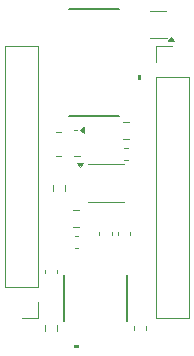
<source format=gbr>
%TF.GenerationSoftware,KiCad,Pcbnew,9.0.2*%
%TF.CreationDate,2025-07-02T23:55:56-04:00*%
%TF.ProjectId,strain-gauge,73747261-696e-42d6-9761-7567652e6b69,rev?*%
%TF.SameCoordinates,Original*%
%TF.FileFunction,Legend,Top*%
%TF.FilePolarity,Positive*%
%FSLAX46Y46*%
G04 Gerber Fmt 4.6, Leading zero omitted, Abs format (unit mm)*
G04 Created by KiCad (PCBNEW 9.0.2) date 2025-07-02 23:55:56*
%MOMM*%
%LPD*%
G01*
G04 APERTURE LIST*
%ADD10C,0.120000*%
%ADD11C,0.152400*%
%ADD12C,0.000000*%
G04 APERTURE END LIST*
D10*
%TO.C,C1*%
X90365804Y-101485000D02*
X90888308Y-101485000D01*
X90365804Y-100015000D02*
X90888308Y-100015000D01*
%TO.C,U5*%
X93137500Y-96165000D02*
X91637500Y-96165000D01*
X93137500Y-96165000D02*
X94637500Y-96165000D01*
X93137500Y-99385000D02*
X91637500Y-99385000D01*
X93137500Y-99385000D02*
X94637500Y-99385000D01*
X90925000Y-96340000D02*
X90685000Y-96010000D01*
X91165000Y-96010000D01*
X90925000Y-96340000D01*
G36*
X90925000Y-96340000D02*
G01*
X90685000Y-96010000D01*
X91165000Y-96010000D01*
X90925000Y-96340000D01*
G37*
%TO.C,C7*%
X94696920Y-94765000D02*
X94978080Y-94765000D01*
X94696920Y-95785000D02*
X94978080Y-95785000D01*
D11*
%TO.C,U1*%
X89570300Y-105558976D02*
X89570300Y-109441024D01*
X94929700Y-109441024D02*
X94929700Y-105558976D01*
D12*
G36*
X90815499Y-111665600D02*
G01*
X90434499Y-111665600D01*
X90434499Y-111411600D01*
X90815499Y-111411600D01*
X90815499Y-111665600D01*
G37*
D10*
%TO.C,C2*%
X90486476Y-102240000D02*
X90767636Y-102240000D01*
X90486476Y-103260000D02*
X90767636Y-103260000D01*
%TO.C,C4*%
X94142056Y-102140580D02*
X94142056Y-101859420D01*
X95162056Y-102140580D02*
X95162056Y-101859420D01*
%TO.C,C6*%
X95490000Y-109859420D02*
X95490000Y-110140580D01*
X96510000Y-109859420D02*
X96510000Y-110140580D01*
%TO.C,J2*%
X97370000Y-86120000D02*
X98750000Y-86120000D01*
X97370000Y-87500000D02*
X97370000Y-86120000D01*
X97370000Y-88770000D02*
X97370000Y-109200000D01*
X97370000Y-88770000D02*
X100130000Y-88770000D01*
X97370000Y-109200000D02*
X100130000Y-109200000D01*
X100130000Y-88770000D02*
X100130000Y-109200000D01*
%TO.C,R2*%
X87977500Y-109787742D02*
X87977500Y-110262258D01*
X89022500Y-109787742D02*
X89022500Y-110262258D01*
%TO.C,U2*%
X88897935Y-93440565D02*
X89347935Y-93440565D01*
X88897935Y-95460565D02*
X89347935Y-95460565D01*
X90467935Y-93240565D02*
X90677935Y-93240565D01*
X90917935Y-95460565D02*
X90467935Y-95460565D01*
X91247935Y-93480565D02*
X90917935Y-93240565D01*
X91247935Y-93000565D01*
X91247935Y-93480565D01*
G36*
X91247935Y-93480565D02*
G01*
X90917935Y-93240565D01*
X91247935Y-93000565D01*
X91247935Y-93480565D01*
G37*
%TO.C,U4*%
X98260000Y-83140000D02*
X96860000Y-83140000D01*
X98270000Y-85460000D02*
X96860000Y-85460000D01*
X98880000Y-85740000D02*
X98400000Y-85740000D01*
X98640000Y-85410000D01*
X98880000Y-85740000D01*
G36*
X98880000Y-85740000D02*
G01*
X98400000Y-85740000D01*
X98640000Y-85410000D01*
X98880000Y-85740000D01*
G37*
%TO.C,C3*%
X92592056Y-102140580D02*
X92592056Y-101859420D01*
X93612056Y-102140580D02*
X93612056Y-101859420D01*
%TO.C,C5*%
X87990000Y-105390580D02*
X87990000Y-105109420D01*
X89010000Y-105390580D02*
X89010000Y-105109420D01*
D11*
%TO.C,U3*%
X90039100Y-92035800D02*
X94280900Y-92035800D01*
X94280900Y-83044200D02*
X90039100Y-83044200D01*
D12*
G36*
X96122400Y-89000500D02*
G01*
X95868400Y-89000500D01*
X95868400Y-88619500D01*
X96122400Y-88619500D01*
X96122400Y-89000500D01*
G37*
D10*
%TO.C,R1*%
X88626059Y-97934391D02*
X88626059Y-98408907D01*
X89671059Y-97934391D02*
X89671059Y-98408907D01*
%TO.C,J1*%
X84620000Y-106530000D02*
X84620000Y-86100000D01*
X87380000Y-86100000D02*
X84620000Y-86100000D01*
X87380000Y-106530000D02*
X84620000Y-106530000D01*
X87380000Y-106530000D02*
X87380000Y-86100000D01*
X87380000Y-107800000D02*
X87380000Y-109180000D01*
X87380000Y-109180000D02*
X86000000Y-109180000D01*
%TO.C,C8*%
X94576248Y-92540000D02*
X95098752Y-92540000D01*
X94576248Y-94010000D02*
X95098752Y-94010000D01*
%TD*%
M02*

</source>
